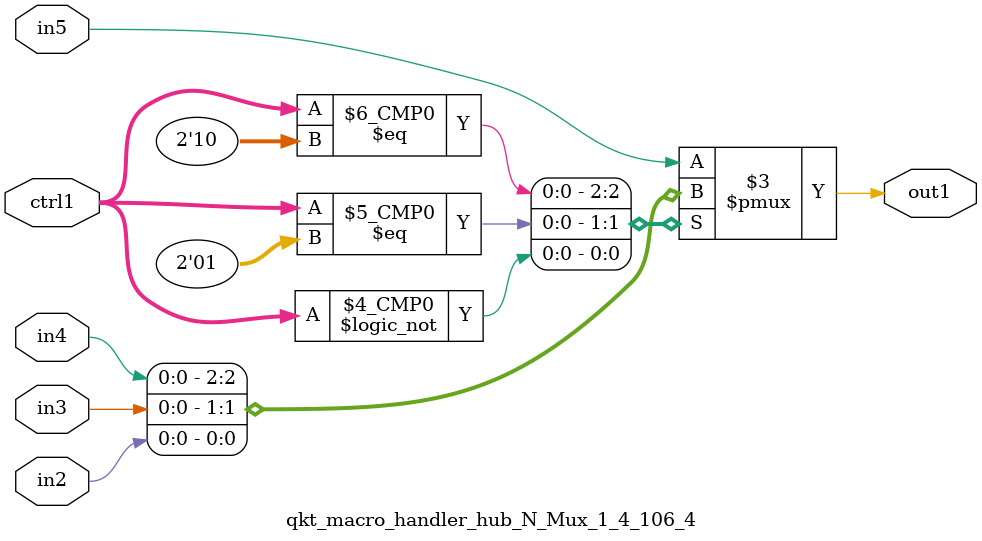
<source format=v>

`timescale 1ps / 1ps


module qkt_macro_handler_hub_N_Mux_1_4_106_4( in5, in4, in3, in2, ctrl1, out1 );

    input in5;
    input in4;
    input in3;
    input in2;
    input [1:0] ctrl1;
    output out1;
    reg out1;

    
    // rtl_process:qkt_macro_handler_hub_N_Mux_1_4_106_4/qkt_macro_handler_hub_N_Mux_1_4_106_4_thread_1
    always @*
      begin : qkt_macro_handler_hub_N_Mux_1_4_106_4_thread_1
        case (ctrl1) 
          2'd2: 
            begin
              out1 = in4;
            end
          2'd1: 
            begin
              out1 = in3;
            end
          2'd0: 
            begin
              out1 = in2;
            end
          default: 
            begin
              out1 = in5;
            end
        endcase
      end

endmodule





</source>
